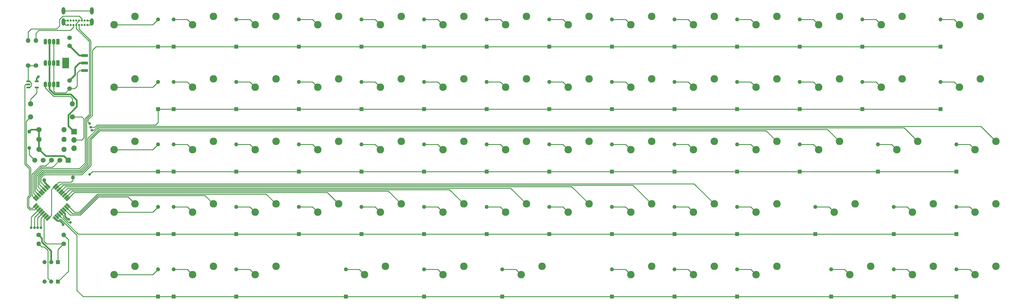
<source format=gtl>
%TF.GenerationSoftware,KiCad,Pcbnew,(6.0.2)*%
%TF.CreationDate,2022-07-07T00:18:28-06:00*%
%TF.ProjectId,Uniform,556e6966-6f72-46d2-9e6b-696361645f70,rev?*%
%TF.SameCoordinates,Original*%
%TF.FileFunction,Copper,L1,Top*%
%TF.FilePolarity,Positive*%
%FSLAX46Y46*%
G04 Gerber Fmt 4.6, Leading zero omitted, Abs format (unit mm)*
G04 Created by KiCad (PCBNEW (6.0.2)) date 2022-07-07 00:18:28*
%MOMM*%
%LPD*%
G01*
G04 APERTURE LIST*
G04 Aperture macros list*
%AMRoundRect*
0 Rectangle with rounded corners*
0 $1 Rounding radius*
0 $2 $3 $4 $5 $6 $7 $8 $9 X,Y pos of 4 corners*
0 Add a 4 corners polygon primitive as box body*
4,1,4,$2,$3,$4,$5,$6,$7,$8,$9,$2,$3,0*
0 Add four circle primitives for the rounded corners*
1,1,$1+$1,$2,$3*
1,1,$1+$1,$4,$5*
1,1,$1+$1,$6,$7*
1,1,$1+$1,$8,$9*
0 Add four rect primitives between the rounded corners*
20,1,$1+$1,$2,$3,$4,$5,0*
20,1,$1+$1,$4,$5,$6,$7,0*
20,1,$1+$1,$6,$7,$8,$9,0*
20,1,$1+$1,$8,$9,$2,$3,0*%
%AMRotRect*
0 Rectangle, with rotation*
0 The origin of the aperture is its center*
0 $1 length*
0 $2 width*
0 $3 Rotation angle, in degrees counterclockwise*
0 Add horizontal line*
21,1,$1,$2,0,0,$3*%
G04 Aperture macros list end*
%TA.AperFunction,ComponentPad*%
%ADD10O,1.700000X1.700000*%
%TD*%
%TA.AperFunction,ComponentPad*%
%ADD11R,1.700000X1.700000*%
%TD*%
%TA.AperFunction,ComponentPad*%
%ADD12C,1.371600*%
%TD*%
%TA.AperFunction,ComponentPad*%
%ADD13O,1.600000X1.600000*%
%TD*%
%TA.AperFunction,ComponentPad*%
%ADD14C,1.600000*%
%TD*%
%TA.AperFunction,ComponentPad*%
%ADD15C,1.150000*%
%TD*%
%TA.AperFunction,ComponentPad*%
%ADD16C,1.508000*%
%TD*%
%TA.AperFunction,ComponentPad*%
%ADD17R,1.508000X1.508000*%
%TD*%
%TA.AperFunction,ComponentPad*%
%ADD18R,1.238000X1.238000*%
%TD*%
%TA.AperFunction,ComponentPad*%
%ADD19C,1.238000*%
%TD*%
%TA.AperFunction,ComponentPad*%
%ADD20C,2.286000*%
%TD*%
%TA.AperFunction,ComponentPad*%
%ADD21O,1.400000X1.400000*%
%TD*%
%TA.AperFunction,ComponentPad*%
%ADD22C,1.400000*%
%TD*%
%TA.AperFunction,ComponentPad*%
%ADD23C,1.308000*%
%TD*%
%TA.AperFunction,ComponentPad*%
%ADD24R,1.308000X1.308000*%
%TD*%
%TA.AperFunction,SMDPad,CuDef*%
%ADD25RotRect,0.600000X1.475000X225.000000*%
%TD*%
%TA.AperFunction,SMDPad,CuDef*%
%ADD26RotRect,0.600000X1.475000X135.000000*%
%TD*%
%TA.AperFunction,SMDPad,CuDef*%
%ADD27R,2.150000X3.250000*%
%TD*%
%TA.AperFunction,SMDPad,CuDef*%
%ADD28R,2.150000X0.950000*%
%TD*%
%TA.AperFunction,ComponentPad*%
%ADD29O,1.070000X1.800000*%
%TD*%
%TA.AperFunction,ComponentPad*%
%ADD30R,1.070000X1.800000*%
%TD*%
%TA.AperFunction,SMDPad,CuDef*%
%ADD31RoundRect,0.088500X-0.516500X-0.206500X0.516500X-0.206500X0.516500X0.206500X-0.516500X0.206500X0*%
%TD*%
%TA.AperFunction,ComponentPad*%
%ADD32C,0.650000*%
%TD*%
%TA.AperFunction,ComponentPad*%
%ADD33O,1.108000X2.216000*%
%TD*%
%TA.AperFunction,ViaPad*%
%ADD34C,0.800000*%
%TD*%
%TA.AperFunction,ViaPad*%
%ADD35C,1.200000*%
%TD*%
%TA.AperFunction,Conductor*%
%ADD36C,0.250000*%
%TD*%
%TA.AperFunction,Conductor*%
%ADD37C,0.500000*%
%TD*%
%TA.AperFunction,Conductor*%
%ADD38C,0.200000*%
%TD*%
G04 APERTURE END LIST*
D10*
%TO.P,L4,3,Pin_3*%
%TO.N,GND*%
X55387500Y-149380000D03*
%TO.P,L4,2,Pin_2*%
%TO.N,Net-(L4-Pad2)*%
X55387500Y-146840000D03*
D11*
%TO.P,L4,1,Pin_1*%
%TO.N,+5V*%
X55387500Y-144300000D03*
%TD*%
D12*
%TO.P,C1,1*%
%TO.N,+5V*%
X54075000Y-118175000D03*
%TO.P,C1,2*%
%TO.N,GND*%
X54075000Y-115675000D03*
%TD*%
%TO.P,C2,1*%
%TO.N,+3V3*%
X54075000Y-128715650D03*
%TO.P,C2,2*%
%TO.N,GND*%
X54075000Y-131215650D03*
%TD*%
D13*
%TO.P,C3,2*%
%TO.N,GND*%
X52385000Y-143725000D03*
D14*
%TO.P,C3,1*%
%TO.N,+3V3*%
X44765000Y-143725000D03*
%TD*%
%TO.P,C4,1*%
%TO.N,+3V3*%
X44765000Y-146725000D03*
D13*
%TO.P,C4,2*%
%TO.N,GND*%
X52385000Y-146725000D03*
%TD*%
D14*
%TO.P,C5,1*%
%TO.N,+3V3*%
X44765000Y-149725000D03*
D13*
%TO.P,C5,2*%
%TO.N,GND*%
X52385000Y-149725000D03*
%TD*%
D15*
%TO.P,C6,2*%
%TO.N,GND*%
X41775000Y-149325000D03*
%TO.P,C6,1*%
%TO.N,+3V3*%
X41775000Y-144325000D03*
%TD*%
D16*
%TO.P,SWD1,5,5*%
%TO.N,GND*%
X43427500Y-153000000D03*
%TO.P,SWD1,4,4*%
%TO.N,RESET*%
X45967500Y-153000000D03*
%TO.P,SWD1,3,3*%
%TO.N,SWCLK*%
X48507500Y-153000000D03*
%TO.P,SWD1,2,2*%
%TO.N,SWDIO*%
X51047500Y-153000000D03*
D17*
%TO.P,SWD1,1,1*%
%TO.N,+3V3*%
X53587500Y-153000000D03*
%TD*%
D18*
%TO.P,D_0_0,1*%
%TO.N,R0*%
X80962500Y-118446000D03*
D19*
%TO.P,D_0_0,2*%
%TO.N,Net-(D_0_0-Pad2)*%
X80962500Y-110154000D03*
%TD*%
D18*
%TO.P,D_0_1,1*%
%TO.N,R0*%
X85725000Y-118446000D03*
D19*
%TO.P,D_0_1,2*%
%TO.N,Net-(D_0_1-Pad2)*%
X85725000Y-110154000D03*
%TD*%
D18*
%TO.P,D_0_2,1*%
%TO.N,R0*%
X104775000Y-118446000D03*
D19*
%TO.P,D_0_2,2*%
%TO.N,Net-(D_0_2-Pad2)*%
X104775000Y-110154000D03*
%TD*%
D18*
%TO.P,D_0_3,1*%
%TO.N,R0*%
X123825000Y-118446000D03*
D19*
%TO.P,D_0_3,2*%
%TO.N,Net-(D_0_3-Pad2)*%
X123825000Y-110154000D03*
%TD*%
D18*
%TO.P,D_0_4,1*%
%TO.N,R0*%
X142875000Y-118446000D03*
D19*
%TO.P,D_0_4,2*%
%TO.N,Net-(D_0_4-Pad2)*%
X142875000Y-110154000D03*
%TD*%
D18*
%TO.P,D_0_5,1*%
%TO.N,R0*%
X161925000Y-118446000D03*
D19*
%TO.P,D_0_5,2*%
%TO.N,Net-(D_0_5-Pad2)*%
X161925000Y-110154000D03*
%TD*%
D18*
%TO.P,D_0_6,1*%
%TO.N,R0*%
X180975000Y-118446000D03*
D19*
%TO.P,D_0_6,2*%
%TO.N,Net-(D_0_6-Pad2)*%
X180975000Y-110154000D03*
%TD*%
D18*
%TO.P,D_0_7,1*%
%TO.N,R0*%
X200025000Y-118446000D03*
D19*
%TO.P,D_0_7,2*%
%TO.N,Net-(D_0_7-Pad2)*%
X200025000Y-110154000D03*
%TD*%
D18*
%TO.P,D_0_8,1*%
%TO.N,R0*%
X219075000Y-118446000D03*
D19*
%TO.P,D_0_8,2*%
%TO.N,Net-(D_0_8-Pad2)*%
X219075000Y-110154000D03*
%TD*%
D18*
%TO.P,D_0_9,1*%
%TO.N,R0*%
X238125000Y-118446000D03*
D19*
%TO.P,D_0_9,2*%
%TO.N,Net-(D_0_9-Pad2)*%
X238125000Y-110154000D03*
%TD*%
D18*
%TO.P,D_0_10,1*%
%TO.N,R0*%
X257175000Y-118446000D03*
D19*
%TO.P,D_0_10,2*%
%TO.N,Net-(D_0_10-Pad2)*%
X257175000Y-110154000D03*
%TD*%
D18*
%TO.P,D_0_11,1*%
%TO.N,R0*%
X276225000Y-118446000D03*
D19*
%TO.P,D_0_11,2*%
%TO.N,Net-(D_0_11-Pad2)*%
X276225000Y-110154000D03*
%TD*%
D18*
%TO.P,D_0_12,1*%
%TO.N,R0*%
X295275000Y-118446000D03*
D19*
%TO.P,D_0_12,2*%
%TO.N,Net-(D_0_12-Pad2)*%
X295275000Y-110154000D03*
%TD*%
D18*
%TO.P,D_0_13,1*%
%TO.N,R0*%
X319087500Y-118446000D03*
D19*
%TO.P,D_0_13,2*%
%TO.N,Net-(D_0_13-Pad2)*%
X319087500Y-110154000D03*
%TD*%
D18*
%TO.P,D_1_0,1*%
%TO.N,R1*%
X80962500Y-137496000D03*
D19*
%TO.P,D_1_0,2*%
%TO.N,Net-(D_1_0-Pad2)*%
X80962500Y-129204000D03*
%TD*%
D18*
%TO.P,D_1_1,1*%
%TO.N,R1*%
X85725000Y-137496000D03*
D19*
%TO.P,D_1_1,2*%
%TO.N,Net-(D_1_1-Pad2)*%
X85725000Y-129204000D03*
%TD*%
D18*
%TO.P,D_1_2,1*%
%TO.N,R1*%
X104775000Y-137496000D03*
D19*
%TO.P,D_1_2,2*%
%TO.N,Net-(D_1_2-Pad2)*%
X104775000Y-129204000D03*
%TD*%
D18*
%TO.P,D_1_3,1*%
%TO.N,R1*%
X123825000Y-137496000D03*
D19*
%TO.P,D_1_3,2*%
%TO.N,Net-(D_1_3-Pad2)*%
X123825000Y-129204000D03*
%TD*%
D18*
%TO.P,D_1_4,1*%
%TO.N,R1*%
X142875000Y-137496000D03*
D19*
%TO.P,D_1_4,2*%
%TO.N,Net-(D_1_4-Pad2)*%
X142875000Y-129204000D03*
%TD*%
D18*
%TO.P,D_1_5,1*%
%TO.N,R1*%
X161925000Y-137496000D03*
D19*
%TO.P,D_1_5,2*%
%TO.N,Net-(D_1_5-Pad2)*%
X161925000Y-129204000D03*
%TD*%
D18*
%TO.P,D_1_6,1*%
%TO.N,R1*%
X180975000Y-137496000D03*
D19*
%TO.P,D_1_6,2*%
%TO.N,Net-(D_1_6-Pad2)*%
X180975000Y-129204000D03*
%TD*%
D18*
%TO.P,D_1_7,1*%
%TO.N,R1*%
X200025000Y-137496000D03*
D19*
%TO.P,D_1_7,2*%
%TO.N,Net-(D_1_7-Pad2)*%
X200025000Y-129204000D03*
%TD*%
D18*
%TO.P,D_1_8,1*%
%TO.N,R1*%
X219075000Y-137496000D03*
D19*
%TO.P,D_1_8,2*%
%TO.N,Net-(D_1_8-Pad2)*%
X219075000Y-129204000D03*
%TD*%
D18*
%TO.P,D_1_9,1*%
%TO.N,R1*%
X238125000Y-137496000D03*
D19*
%TO.P,D_1_9,2*%
%TO.N,Net-(D_1_9-Pad2)*%
X238125000Y-129204000D03*
%TD*%
D18*
%TO.P,D_1_10,1*%
%TO.N,R1*%
X257175000Y-137496000D03*
D19*
%TO.P,D_1_10,2*%
%TO.N,Net-(D_1_10-Pad2)*%
X257175000Y-129204000D03*
%TD*%
D18*
%TO.P,D_1_11,1*%
%TO.N,R1*%
X276225000Y-137496000D03*
D19*
%TO.P,D_1_11,2*%
%TO.N,Net-(D_1_11-Pad2)*%
X276225000Y-129204000D03*
%TD*%
D18*
%TO.P,D_1_12,1*%
%TO.N,R1*%
X295275000Y-137496000D03*
D19*
%TO.P,D_1_12,2*%
%TO.N,Net-(D_1_12-Pad2)*%
X295275000Y-129204000D03*
%TD*%
D18*
%TO.P,D_1_13,1*%
%TO.N,R1*%
X319087500Y-137496000D03*
D19*
%TO.P,D_1_13,2*%
%TO.N,Net-(D_1_13-Pad2)*%
X319087500Y-129204000D03*
%TD*%
D18*
%TO.P,D_2_0,1*%
%TO.N,R2*%
X80962500Y-156546000D03*
D19*
%TO.P,D_2_0,2*%
%TO.N,Net-(D_2_0-Pad2)*%
X80962500Y-148254000D03*
%TD*%
D18*
%TO.P,D_2_1,1*%
%TO.N,R2*%
X85725000Y-156546000D03*
D19*
%TO.P,D_2_1,2*%
%TO.N,Net-(D_2_1-Pad2)*%
X85725000Y-148254000D03*
%TD*%
D18*
%TO.P,D_2_2,1*%
%TO.N,R2*%
X104775000Y-156546000D03*
D19*
%TO.P,D_2_2,2*%
%TO.N,Net-(D_2_2-Pad2)*%
X104775000Y-148254000D03*
%TD*%
D18*
%TO.P,D_2_3,1*%
%TO.N,R2*%
X123825000Y-156546000D03*
D19*
%TO.P,D_2_3,2*%
%TO.N,Net-(D_2_3-Pad2)*%
X123825000Y-148254000D03*
%TD*%
D18*
%TO.P,D_2_4,1*%
%TO.N,R2*%
X142875000Y-156546000D03*
D19*
%TO.P,D_2_4,2*%
%TO.N,Net-(D_2_4-Pad2)*%
X142875000Y-148254000D03*
%TD*%
D18*
%TO.P,D_2_5,1*%
%TO.N,R2*%
X161925000Y-156546000D03*
D19*
%TO.P,D_2_5,2*%
%TO.N,Net-(D_2_5-Pad2)*%
X161925000Y-148254000D03*
%TD*%
D18*
%TO.P,D_2_6,1*%
%TO.N,R2*%
X180975000Y-156546000D03*
D19*
%TO.P,D_2_6,2*%
%TO.N,Net-(D_2_6-Pad2)*%
X180975000Y-148254000D03*
%TD*%
D18*
%TO.P,D_2_7,1*%
%TO.N,R2*%
X200025000Y-156546000D03*
D19*
%TO.P,D_2_7,2*%
%TO.N,Net-(D_2_7-Pad2)*%
X200025000Y-148254000D03*
%TD*%
D18*
%TO.P,D_2_8,1*%
%TO.N,R2*%
X219075000Y-156546000D03*
D19*
%TO.P,D_2_8,2*%
%TO.N,Net-(D_2_8-Pad2)*%
X219075000Y-148254000D03*
%TD*%
D18*
%TO.P,D_2_9,1*%
%TO.N,R2*%
X238125000Y-156546000D03*
D19*
%TO.P,D_2_9,2*%
%TO.N,Net-(D_2_9-Pad2)*%
X238125000Y-148254000D03*
%TD*%
D18*
%TO.P,D_2_10,1*%
%TO.N,R2*%
X257175000Y-156546000D03*
D19*
%TO.P,D_2_10,2*%
%TO.N,Net-(D_2_10-Pad2)*%
X257175000Y-148254000D03*
%TD*%
D18*
%TO.P,D_2_11,1*%
%TO.N,R2*%
X276225000Y-156546000D03*
D19*
%TO.P,D_2_11,2*%
%TO.N,Net-(D_2_11-Pad2)*%
X276225000Y-148254000D03*
%TD*%
D18*
%TO.P,D_2_12,1*%
%TO.N,R2*%
X300037500Y-156546000D03*
D19*
%TO.P,D_2_12,2*%
%TO.N,Net-(D_2_12-Pad2)*%
X300037500Y-148254000D03*
%TD*%
D18*
%TO.P,D_2_13,1*%
%TO.N,R2*%
X323850000Y-156546000D03*
D19*
%TO.P,D_2_13,2*%
%TO.N,Net-(D_2_13-Pad2)*%
X323850000Y-148254000D03*
%TD*%
D18*
%TO.P,D_3_0,1*%
%TO.N,R3*%
X80962500Y-175596000D03*
D19*
%TO.P,D_3_0,2*%
%TO.N,Net-(D_3_0-Pad2)*%
X80962500Y-167304000D03*
%TD*%
D18*
%TO.P,D_3_1,1*%
%TO.N,R3*%
X85725000Y-175596000D03*
D19*
%TO.P,D_3_1,2*%
%TO.N,Net-(D_3_1-Pad2)*%
X85725000Y-167304000D03*
%TD*%
D18*
%TO.P,D_3_2,1*%
%TO.N,R3*%
X104775000Y-175596000D03*
D19*
%TO.P,D_3_2,2*%
%TO.N,Net-(D_3_2-Pad2)*%
X104775000Y-167304000D03*
%TD*%
D18*
%TO.P,D_3_3,1*%
%TO.N,R3*%
X123825000Y-175596000D03*
D19*
%TO.P,D_3_3,2*%
%TO.N,Net-(D_3_3-Pad2)*%
X123825000Y-167304000D03*
%TD*%
D18*
%TO.P,D_3_4,1*%
%TO.N,R3*%
X142875000Y-175596000D03*
D19*
%TO.P,D_3_4,2*%
%TO.N,Net-(D_3_4-Pad2)*%
X142875000Y-167304000D03*
%TD*%
D18*
%TO.P,D_3_5,1*%
%TO.N,R3*%
X161925000Y-175596000D03*
D19*
%TO.P,D_3_5,2*%
%TO.N,Net-(D_3_5-Pad2)*%
X161925000Y-167304000D03*
%TD*%
D18*
%TO.P,D_3_6,1*%
%TO.N,R3*%
X180975000Y-175596000D03*
D19*
%TO.P,D_3_6,2*%
%TO.N,Net-(D_3_6-Pad2)*%
X180975000Y-167304000D03*
%TD*%
D18*
%TO.P,D_3_7,1*%
%TO.N,R3*%
X200025000Y-175596000D03*
D19*
%TO.P,D_3_7,2*%
%TO.N,Net-(D_3_7-Pad2)*%
X200025000Y-167304000D03*
%TD*%
D18*
%TO.P,D_3_8,1*%
%TO.N,R3*%
X219075000Y-175596000D03*
D19*
%TO.P,D_3_8,2*%
%TO.N,Net-(D_3_8-Pad2)*%
X219075000Y-167304000D03*
%TD*%
D18*
%TO.P,D_3_9,1*%
%TO.N,R3*%
X238125000Y-175596000D03*
D19*
%TO.P,D_3_9,2*%
%TO.N,Net-(D_3_9-Pad2)*%
X238125000Y-167304000D03*
%TD*%
D18*
%TO.P,D_3_10,1*%
%TO.N,R3*%
X257175000Y-175596000D03*
D19*
%TO.P,D_3_10,2*%
%TO.N,Net-(D_3_10-Pad2)*%
X257175000Y-167304000D03*
%TD*%
D18*
%TO.P,D_3_11,1*%
%TO.N,R3*%
X280987500Y-175596000D03*
D19*
%TO.P,D_3_11,2*%
%TO.N,Net-(D_3_11-Pad2)*%
X280987500Y-167304000D03*
%TD*%
D18*
%TO.P,D_3_12,1*%
%TO.N,R3*%
X304800000Y-175596000D03*
D19*
%TO.P,D_3_12,2*%
%TO.N,Net-(D_3_12-Pad2)*%
X304800000Y-167304000D03*
%TD*%
D18*
%TO.P,D_3_13,1*%
%TO.N,R3*%
X323850000Y-175596000D03*
D19*
%TO.P,D_3_13,2*%
%TO.N,Net-(D_3_13-Pad2)*%
X323850000Y-167304000D03*
%TD*%
D18*
%TO.P,D_4_0,1*%
%TO.N,R4*%
X80962500Y-194646000D03*
D19*
%TO.P,D_4_0,2*%
%TO.N,Net-(D_4_0-Pad2)*%
X80962500Y-186354000D03*
%TD*%
D18*
%TO.P,D_4_1,1*%
%TO.N,R4*%
X85725000Y-194646000D03*
D19*
%TO.P,D_4_1,2*%
%TO.N,Net-(D_4_1-Pad2)*%
X85725000Y-186354000D03*
%TD*%
D18*
%TO.P,D_4_2,1*%
%TO.N,R4*%
X104775000Y-194646000D03*
D19*
%TO.P,D_4_2,2*%
%TO.N,Net-(D_4_2-Pad2)*%
X104775000Y-186354000D03*
%TD*%
D18*
%TO.P,D_4_4,1*%
%TO.N,R4*%
X138112500Y-194646000D03*
D19*
%TO.P,D_4_4,2*%
%TO.N,Net-(D_4_4-Pad2)*%
X138112500Y-186354000D03*
%TD*%
D18*
%TO.P,D_4_5,1*%
%TO.N,R4*%
X161925000Y-194646000D03*
D19*
%TO.P,D_4_5,2*%
%TO.N,Net-(D_4_5-Pad2)*%
X161925000Y-186354000D03*
%TD*%
D18*
%TO.P,D_4_6,1*%
%TO.N,R4*%
X185737500Y-194646000D03*
D19*
%TO.P,D_4_6,2*%
%TO.N,Net-(D_4_6-Pad2)*%
X185737500Y-186354000D03*
%TD*%
D18*
%TO.P,D_4_8,1*%
%TO.N,R4*%
X219075000Y-194646000D03*
D19*
%TO.P,D_4_8,2*%
%TO.N,Net-(D_4_8-Pad2)*%
X219075000Y-186354000D03*
%TD*%
D18*
%TO.P,D_4_9,1*%
%TO.N,R4*%
X238125000Y-194646000D03*
D19*
%TO.P,D_4_9,2*%
%TO.N,Net-(D_4_9-Pad2)*%
X238125000Y-186354000D03*
%TD*%
D18*
%TO.P,D_4_10,1*%
%TO.N,R4*%
X257175000Y-194646000D03*
D19*
%TO.P,D_4_10,2*%
%TO.N,Net-(D_4_10-Pad2)*%
X257175000Y-186354000D03*
%TD*%
D18*
%TO.P,D_4_11,1*%
%TO.N,R4*%
X285750000Y-194646000D03*
D19*
%TO.P,D_4_11,2*%
%TO.N,Net-(D_4_11-Pad2)*%
X285750000Y-186354000D03*
%TD*%
D18*
%TO.P,D_4_12,1*%
%TO.N,R4*%
X304800000Y-194646000D03*
D19*
%TO.P,D_4_12,2*%
%TO.N,Net-(D_4_12-Pad2)*%
X304800000Y-186354000D03*
%TD*%
D18*
%TO.P,D_4_13,1*%
%TO.N,R4*%
X323850000Y-194646000D03*
D19*
%TO.P,D_4_13,2*%
%TO.N,Net-(D_4_13-Pad2)*%
X323850000Y-186354000D03*
%TD*%
D20*
%TO.P,K_0_0,2*%
%TO.N,Net-(D_0_0-Pad2)*%
X67627500Y-111760000D03*
%TO.P,K_0_0,1*%
%TO.N,C0*%
X73977500Y-109220000D03*
%TD*%
%TO.P,K_0_1,2*%
%TO.N,Net-(D_0_1-Pad2)*%
X91440000Y-111760000D03*
%TO.P,K_0_1,1*%
%TO.N,C1*%
X97790000Y-109220000D03*
%TD*%
%TO.P,K_0_2,2*%
%TO.N,Net-(D_0_2-Pad2)*%
X110490000Y-111760000D03*
%TO.P,K_0_2,1*%
%TO.N,C2*%
X116840000Y-109220000D03*
%TD*%
%TO.P,K_0_3,2*%
%TO.N,Net-(D_0_3-Pad2)*%
X129540000Y-111760000D03*
%TO.P,K_0_3,1*%
%TO.N,C3*%
X135890000Y-109220000D03*
%TD*%
%TO.P,K_0_4,2*%
%TO.N,Net-(D_0_4-Pad2)*%
X148590000Y-111760000D03*
%TO.P,K_0_4,1*%
%TO.N,C4*%
X154940000Y-109220000D03*
%TD*%
%TO.P,K_0_5,2*%
%TO.N,Net-(D_0_5-Pad2)*%
X167640000Y-111760000D03*
%TO.P,K_0_5,1*%
%TO.N,C5*%
X173990000Y-109220000D03*
%TD*%
%TO.P,K_0_6,2*%
%TO.N,Net-(D_0_6-Pad2)*%
X186690000Y-111760000D03*
%TO.P,K_0_6,1*%
%TO.N,C6*%
X193040000Y-109220000D03*
%TD*%
%TO.P,K_0_7,2*%
%TO.N,Net-(D_0_7-Pad2)*%
X205740000Y-111760000D03*
%TO.P,K_0_7,1*%
%TO.N,C7*%
X212090000Y-109220000D03*
%TD*%
%TO.P,K_0_8,2*%
%TO.N,Net-(D_0_8-Pad2)*%
X224790000Y-111760000D03*
%TO.P,K_0_8,1*%
%TO.N,C8*%
X231140000Y-109220000D03*
%TD*%
%TO.P,K_0_9,2*%
%TO.N,Net-(D_0_9-Pad2)*%
X243840000Y-111760000D03*
%TO.P,K_0_9,1*%
%TO.N,C9*%
X250190000Y-109220000D03*
%TD*%
%TO.P,K_0_10,2*%
%TO.N,Net-(D_0_10-Pad2)*%
X262890000Y-111760000D03*
%TO.P,K_0_10,1*%
%TO.N,C10*%
X269240000Y-109220000D03*
%TD*%
%TO.P,K_0_11,2*%
%TO.N,Net-(D_0_11-Pad2)*%
X281940000Y-111760000D03*
%TO.P,K_0_11,1*%
%TO.N,C11*%
X288290000Y-109220000D03*
%TD*%
%TO.P,K_0_12,2*%
%TO.N,Net-(D_0_12-Pad2)*%
X300990000Y-111760000D03*
%TO.P,K_0_12,1*%
%TO.N,C12*%
X307340000Y-109220000D03*
%TD*%
%TO.P,K_0_13,2*%
%TO.N,Net-(D_0_13-Pad2)*%
X324802500Y-111760000D03*
%TO.P,K_0_13,1*%
%TO.N,C13*%
X331152500Y-109220000D03*
%TD*%
%TO.P,K_1_0,2*%
%TO.N,Net-(D_1_0-Pad2)*%
X67627500Y-130810000D03*
%TO.P,K_1_0,1*%
%TO.N,C0*%
X73977500Y-128270000D03*
%TD*%
%TO.P,K_1_1,2*%
%TO.N,Net-(D_1_1-Pad2)*%
X91440000Y-130810000D03*
%TO.P,K_1_1,1*%
%TO.N,C1*%
X97790000Y-128270000D03*
%TD*%
%TO.P,K_1_2,2*%
%TO.N,Net-(D_1_2-Pad2)*%
X110490000Y-130810000D03*
%TO.P,K_1_2,1*%
%TO.N,C2*%
X116840000Y-128270000D03*
%TD*%
%TO.P,K_1_3,2*%
%TO.N,Net-(D_1_3-Pad2)*%
X129540000Y-130810000D03*
%TO.P,K_1_3,1*%
%TO.N,C3*%
X135890000Y-128270000D03*
%TD*%
%TO.P,K_1_4,2*%
%TO.N,Net-(D_1_4-Pad2)*%
X148590000Y-130810000D03*
%TO.P,K_1_4,1*%
%TO.N,C4*%
X154940000Y-128270000D03*
%TD*%
%TO.P,K_1_5,2*%
%TO.N,Net-(D_1_5-Pad2)*%
X167640000Y-130810000D03*
%TO.P,K_1_5,1*%
%TO.N,C5*%
X173990000Y-128270000D03*
%TD*%
%TO.P,K_1_6,2*%
%TO.N,Net-(D_1_6-Pad2)*%
X186690000Y-130810000D03*
%TO.P,K_1_6,1*%
%TO.N,C6*%
X193040000Y-128270000D03*
%TD*%
%TO.P,K_1_7,2*%
%TO.N,Net-(D_1_7-Pad2)*%
X205740000Y-130810000D03*
%TO.P,K_1_7,1*%
%TO.N,C7*%
X212090000Y-128270000D03*
%TD*%
%TO.P,K_1_8,2*%
%TO.N,Net-(D_1_8-Pad2)*%
X224790000Y-130810000D03*
%TO.P,K_1_8,1*%
%TO.N,C8*%
X231140000Y-128270000D03*
%TD*%
%TO.P,K_1_9,2*%
%TO.N,Net-(D_1_9-Pad2)*%
X243840000Y-130810000D03*
%TO.P,K_1_9,1*%
%TO.N,C9*%
X250190000Y-128270000D03*
%TD*%
%TO.P,K_1_10,2*%
%TO.N,Net-(D_1_10-Pad2)*%
X262890000Y-130810000D03*
%TO.P,K_1_10,1*%
%TO.N,C10*%
X269240000Y-128270000D03*
%TD*%
%TO.P,K_1_11,2*%
%TO.N,Net-(D_1_11-Pad2)*%
X281940000Y-130810000D03*
%TO.P,K_1_11,1*%
%TO.N,C11*%
X288290000Y-128270000D03*
%TD*%
%TO.P,K_1_12,2*%
%TO.N,Net-(D_1_12-Pad2)*%
X300990000Y-130810000D03*
%TO.P,K_1_12,1*%
%TO.N,C12*%
X307340000Y-128270000D03*
%TD*%
%TO.P,K_1_13,2*%
%TO.N,Net-(D_1_13-Pad2)*%
X324802500Y-130810000D03*
%TO.P,K_1_13,1*%
%TO.N,C13*%
X331152500Y-128270000D03*
%TD*%
%TO.P,K_2_0,2*%
%TO.N,Net-(D_2_0-Pad2)*%
X67627500Y-149860000D03*
%TO.P,K_2_0,1*%
%TO.N,C0*%
X73977500Y-147320000D03*
%TD*%
%TO.P,K_2_1,2*%
%TO.N,Net-(D_2_1-Pad2)*%
X91440000Y-149860000D03*
%TO.P,K_2_1,1*%
%TO.N,C1*%
X97790000Y-147320000D03*
%TD*%
%TO.P,K_2_2,2*%
%TO.N,Net-(D_2_2-Pad2)*%
X110490000Y-149860000D03*
%TO.P,K_2_2,1*%
%TO.N,C2*%
X116840000Y-147320000D03*
%TD*%
%TO.P,K_2_3,2*%
%TO.N,Net-(D_2_3-Pad2)*%
X129540000Y-149860000D03*
%TO.P,K_2_3,1*%
%TO.N,C3*%
X135890000Y-147320000D03*
%TD*%
%TO.P,K_2_4,2*%
%TO.N,Net-(D_2_4-Pad2)*%
X148590000Y-149860000D03*
%TO.P,K_2_4,1*%
%TO.N,C4*%
X154940000Y-147320000D03*
%TD*%
%TO.P,K_2_5,2*%
%TO.N,Net-(D_2_5-Pad2)*%
X167640000Y-149860000D03*
%TO.P,K_2_5,1*%
%TO.N,C5*%
X173990000Y-147320000D03*
%TD*%
%TO.P,K_2_6,2*%
%TO.N,Net-(D_2_6-Pad2)*%
X186690000Y-149860000D03*
%TO.P,K_2_6,1*%
%TO.N,C6*%
X193040000Y-147320000D03*
%TD*%
%TO.P,K_2_7,2*%
%TO.N,Net-(D_2_7-Pad2)*%
X205740000Y-149860000D03*
%TO.P,K_2_7,1*%
%TO.N,C7*%
X212090000Y-147320000D03*
%TD*%
%TO.P,K_2_8,2*%
%TO.N,Net-(D_2_8-Pad2)*%
X224790000Y-149860000D03*
%TO.P,K_2_8,1*%
%TO.N,C8*%
X231140000Y-147320000D03*
%TD*%
%TO.P,K_2_9,2*%
%TO.N,Net-(D_2_9-Pad2)*%
X243840000Y-149860000D03*
%TO.P,K_2_9,1*%
%TO.N,C9*%
X250190000Y-147320000D03*
%TD*%
%TO.P,K_2_10,2*%
%TO.N,Net-(D_2_10-Pad2)*%
X262890000Y-149860000D03*
%TO.P,K_2_10,1*%
%TO.N,C10*%
X269240000Y-147320000D03*
%TD*%
%TO.P,K_2_11,2*%
%TO.N,Net-(D_2_11-Pad2)*%
X281940000Y-149860000D03*
%TO.P,K_2_11,1*%
%TO.N,C11*%
X288290000Y-147320000D03*
%TD*%
%TO.P,K_2_12,2*%
%TO.N,Net-(D_2_12-Pad2)*%
X305752500Y-149860000D03*
%TO.P,K_2_12,1*%
%TO.N,C12*%
X312102500Y-147320000D03*
%TD*%
%TO.P,K_2_13,2*%
%TO.N,Net-(D_2_13-Pad2)*%
X329565000Y-149860000D03*
%TO.P,K_2_13,1*%
%TO.N,C13*%
X335915000Y-147320000D03*
%TD*%
%TO.P,K_3_0,2*%
%TO.N,Net-(D_3_0-Pad2)*%
X67627500Y-168910000D03*
%TO.P,K_3_0,1*%
%TO.N,C0*%
X73977500Y-166370000D03*
%TD*%
%TO.P,K_3_1,2*%
%TO.N,Net-(D_3_1-Pad2)*%
X91440000Y-168910000D03*
%TO.P,K_3_1,1*%
%TO.N,C1*%
X97790000Y-166370000D03*
%TD*%
%TO.P,K_3_2,2*%
%TO.N,Net-(D_3_2-Pad2)*%
X110490000Y-168910000D03*
%TO.P,K_3_2,1*%
%TO.N,C2*%
X116840000Y-166370000D03*
%TD*%
%TO.P,K_3_3,2*%
%TO.N,Net-(D_3_3-Pad2)*%
X129540000Y-168910000D03*
%TO.P,K_3_3,1*%
%TO.N,C3*%
X135890000Y-166370000D03*
%TD*%
%TO.P,K_3_4,2*%
%TO.N,Net-(D_3_4-Pad2)*%
X148590000Y-168910000D03*
%TO.P,K_3_4,1*%
%TO.N,C4*%
X154940000Y-166370000D03*
%TD*%
%TO.P,K_3_5,2*%
%TO.N,Net-(D_3_5-Pad2)*%
X167640000Y-168910000D03*
%TO.P,K_3_5,1*%
%TO.N,C5*%
X173990000Y-166370000D03*
%TD*%
%TO.P,K_3_6,2*%
%TO.N,Net-(D_3_6-Pad2)*%
X186690000Y-168910000D03*
%TO.P,K_3_6,1*%
%TO.N,C6*%
X193040000Y-166370000D03*
%TD*%
%TO.P,K_3_7,2*%
%TO.N,Net-(D_3_7-Pad2)*%
X205740000Y-168910000D03*
%TO.P,K_3_7,1*%
%TO.N,C7*%
X212090000Y-166370000D03*
%TD*%
%TO.P,K_3_8,2*%
%TO.N,Net-(D_3_8-Pad2)*%
X224790000Y-168910000D03*
%TO.P,K_3_8,1*%
%TO.N,C8*%
X231140000Y-166370000D03*
%TD*%
%TO.P,K_3_9,2*%
%TO.N,Net-(D_3_9-Pad2)*%
X243840000Y-168910000D03*
%TO.P,K_3_9,1*%
%TO.N,C9*%
X250190000Y-166370000D03*
%TD*%
%TO.P,K_3_10,2*%
%TO.N,Net-(D_3_10-Pad2)*%
X262890000Y-168910000D03*
%TO.P,K_3_10,1*%
%TO.N,C10*%
X269240000Y-166370000D03*
%TD*%
%TO.P,K_3_11,2*%
%TO.N,Net-(D_3_11-Pad2)*%
X286702500Y-168910000D03*
%TO.P,K_3_11,1*%
%TO.N,C11*%
X293052500Y-166370000D03*
%TD*%
%TO.P,K_3_12,2*%
%TO.N,Net-(D_3_12-Pad2)*%
X310515000Y-168910000D03*
%TO.P,K_3_12,1*%
%TO.N,C12*%
X316865000Y-166370000D03*
%TD*%
%TO.P,K_3_13,2*%
%TO.N,Net-(D_3_13-Pad2)*%
X329565000Y-168910000D03*
%TO.P,K_3_13,1*%
%TO.N,C13*%
X335915000Y-166370000D03*
%TD*%
%TO.P,K_4_0,2*%
%TO.N,Net-(D_4_0-Pad2)*%
X67627500Y-187960000D03*
%TO.P,K_4_0,1*%
%TO.N,C0*%
X73977500Y-185420000D03*
%TD*%
%TO.P,K_4_1,2*%
%TO.N,Net-(D_4_1-Pad2)*%
X91440000Y-187960000D03*
%TO.P,K_4_1,1*%
%TO.N,C1*%
X97790000Y-185420000D03*
%TD*%
%TO.P,K_4_2,2*%
%TO.N,Net-(D_4_2-Pad2)*%
X110490000Y-187960000D03*
%TO.P,K_4_2,1*%
%TO.N,C2*%
X116840000Y-185420000D03*
%TD*%
%TO.P,K_4_4,2*%
%TO.N,Net-(D_4_4-Pad2)*%
X143827500Y-187960000D03*
%TO.P,K_4_4,1*%
%TO.N,C4*%
X150177500Y-185420000D03*
%TD*%
%TO.P,K_4_5,2*%
%TO.N,Net-(D_4_5-Pad2)*%
X167640000Y-187960000D03*
%TO.P,K_4_5,1*%
%TO.N,C5*%
X173990000Y-185420000D03*
%TD*%
%TO.P,K_4_6,2*%
%TO.N,Net-(D_4_6-Pad2)*%
X191452500Y-187960000D03*
%TO.P,K_4_6,1*%
%TO.N,C6*%
X197802500Y-185420000D03*
%TD*%
%TO.P,K_4_8,2*%
%TO.N,Net-(D_4_8-Pad2)*%
X224790000Y-187960000D03*
%TO.P,K_4_8,1*%
%TO.N,C8*%
X231140000Y-185420000D03*
%TD*%
%TO.P,K_4_9,2*%
%TO.N,Net-(D_4_9-Pad2)*%
X243840000Y-187960000D03*
%TO.P,K_4_9,1*%
%TO.N,C9*%
X250190000Y-185420000D03*
%TD*%
%TO.P,K_4_10,2*%
%TO.N,Net-(D_4_10-Pad2)*%
X262890000Y-187960000D03*
%TO.P,K_4_10,1*%
%TO.N,C10*%
X269240000Y-185420000D03*
%TD*%
%TO.P,K_4_11,2*%
%TO.N,Net-(D_4_11-Pad2)*%
X291465000Y-187960000D03*
%TO.P,K_4_11,1*%
%TO.N,C11*%
X297815000Y-185420000D03*
%TD*%
%TO.P,K_4_12,2*%
%TO.N,Net-(D_4_12-Pad2)*%
X310515000Y-187960000D03*
%TO.P,K_4_12,1*%
%TO.N,C12*%
X316865000Y-185420000D03*
%TD*%
%TO.P,K_4_13,2*%
%TO.N,Net-(D_4_13-Pad2)*%
X329565000Y-187960000D03*
%TO.P,K_4_13,1*%
%TO.N,C13*%
X335915000Y-185420000D03*
%TD*%
D21*
%TO.P,R1,2*%
%TO.N,Net-(R1-Pad2)*%
X41425000Y-116515000D03*
D22*
%TO.P,R1,1*%
%TO.N,GND*%
X41425000Y-124135000D03*
%TD*%
%TO.P,R4,1*%
%TO.N,BOOT*%
X52260000Y-178500000D03*
D21*
%TO.P,R4,2*%
%TO.N,GND*%
X44640000Y-178500000D03*
%TD*%
%TO.P,R2,2*%
%TO.N,Net-(R2-Pad2)*%
X43775000Y-116515000D03*
D22*
%TO.P,R2,1*%
%TO.N,GND*%
X43775000Y-124135000D03*
%TD*%
%TO.P,R3,1*%
%TO.N,+3V3*%
X44640000Y-175825000D03*
D21*
%TO.P,R3,2*%
%TO.N,RESET*%
X52260000Y-175825000D03*
%TD*%
D14*
%TO.P,R6,1*%
%TO.N,Net-(L4-Pad2)*%
X54925000Y-139825000D03*
D13*
%TO.P,R6,2*%
%TO.N,LED_DATA*%
X42225000Y-139825000D03*
%TD*%
%TO.P,R5,2*%
%TO.N,Net-(L1-Pad4)*%
X54925000Y-135825000D03*
D14*
%TO.P,R5,1*%
%TO.N,Net-(R5-Pad1)*%
X42225000Y-135825000D03*
%TD*%
D23*
%TO.P,S1,3,3*%
%TO.N,unconnected-(S1-Pad3)*%
X46462500Y-184075000D03*
%TO.P,S1,2,2*%
%TO.N,+3V3*%
X48462500Y-184075000D03*
D24*
%TO.P,S1,1,1*%
%TO.N,BOOT*%
X50462500Y-184075000D03*
%TD*%
D23*
%TO.P,S2,3,3*%
%TO.N,unconnected-(S2-Pad3)*%
X46462500Y-190075000D03*
%TO.P,S2,2,2*%
%TO.N,GND*%
X48462500Y-190075000D03*
D24*
%TO.P,S2,1,1*%
%TO.N,RESET*%
X50462500Y-190075000D03*
%TD*%
D25*
%TO.P,U1,1,VDD_1*%
%TO.N,+3V3*%
X49604320Y-170826618D03*
%TO.P,U1,2,PC14-_OSC32_IN_(PC14)*%
%TO.N,R4*%
X50170005Y-170260932D03*
%TO.P,U1,3,PC15-_OSC32_OUT_(PC15)*%
%TO.N,R3*%
X50735690Y-169695247D03*
%TO.P,U1,4,NRST*%
%TO.N,RESET*%
X51301376Y-169129561D03*
%TO.P,U1,5,VDDA*%
%TO.N,+3V3*%
X51867061Y-168563876D03*
%TO.P,U1,6,PA0*%
%TO.N,C0*%
X52432747Y-167998190D03*
%TO.P,U1,7,PA1*%
%TO.N,C1*%
X52998432Y-167432505D03*
%TO.P,U1,8,PA2*%
%TO.N,C2*%
X53564118Y-166866820D03*
D26*
%TO.P,U1,9,PA3*%
%TO.N,C3*%
X53564118Y-164833180D03*
%TO.P,U1,10,PA4*%
%TO.N,C4*%
X52998432Y-164267495D03*
%TO.P,U1,11,PA5*%
%TO.N,C5*%
X52432747Y-163701810D03*
%TO.P,U1,12,PA6*%
%TO.N,C6*%
X51867061Y-163136124D03*
%TO.P,U1,13,PA7*%
%TO.N,C7*%
X51301376Y-162570439D03*
%TO.P,U1,14,PB0*%
%TO.N,C8*%
X50735690Y-162004753D03*
%TO.P,U1,15,PB1*%
%TO.N,C9*%
X50170005Y-161439068D03*
%TO.P,U1,16,VSS_1*%
%TO.N,GND*%
X49604320Y-160873382D03*
D25*
%TO.P,U1,17,VDD_2*%
%TO.N,+3V3*%
X47570680Y-160873382D03*
%TO.P,U1,18,PA8*%
%TO.N,C10*%
X47004995Y-161439068D03*
%TO.P,U1,19,PA9*%
%TO.N,C11*%
X46439310Y-162004753D03*
%TO.P,U1,20,PA10*%
%TO.N,C12*%
X45873624Y-162570439D03*
%TO.P,U1,21,PA11*%
%TO.N,D_N*%
X45307939Y-163136124D03*
%TO.P,U1,22,PA12*%
%TO.N,D_P*%
X44742253Y-163701810D03*
%TO.P,U1,23,PA13*%
%TO.N,SWDIO*%
X44176568Y-164267495D03*
%TO.P,U1,24,PA14*%
%TO.N,SWCLK*%
X43610882Y-164833180D03*
D26*
%TO.P,U1,25,PA15*%
%TO.N,LED_DATA*%
X43610882Y-166866820D03*
%TO.P,U1,26,PB3*%
%TO.N,STATUS_LED_DATA*%
X44176568Y-167432505D03*
%TO.P,U1,27,PB4*%
%TO.N,R0*%
X44742253Y-167998190D03*
%TO.P,U1,28,PB5*%
%TO.N,R1*%
X45307939Y-168563876D03*
%TO.P,U1,29,PB6*%
%TO.N,C13*%
X45873624Y-169129561D03*
%TO.P,U1,30,PB7*%
%TO.N,R2*%
X46439310Y-169695247D03*
%TO.P,U1,31,BOOT0*%
%TO.N,BOOT*%
X47004995Y-170260932D03*
%TO.P,U1,32,VSS_2*%
%TO.N,GND*%
X47570680Y-170826618D03*
%TD*%
D27*
%TO.P,VREG1,4*%
%TO.N,N/C*%
X52856300Y-123425000D03*
D28*
%TO.P,VREG1,3,VI*%
%TO.N,+5V*%
X58656300Y-121125000D03*
%TO.P,VREG1,2,VO*%
%TO.N,+3V3*%
X58656300Y-123425000D03*
%TO.P,VREG1,1,GND*%
%TO.N,GND*%
X58656300Y-125725000D03*
%TD*%
D29*
%TO.P,L2,4,DIN*%
%TO.N,Net-(L1-Pad1)*%
X46665000Y-123425000D03*
%TO.P,L2,3,VDD*%
%TO.N,+5V*%
X47935000Y-123425000D03*
%TO.P,L2,2,GND*%
%TO.N,GND*%
X49205000Y-123425000D03*
D30*
%TO.P,L2,1,DOUT*%
%TO.N,Net-(L2-Pad1)*%
X50475000Y-123425000D03*
%TD*%
%TO.P,L1,1,DOUT*%
%TO.N,Net-(L1-Pad1)*%
X50475000Y-129925000D03*
D29*
%TO.P,L1,2,GND*%
%TO.N,GND*%
X49205000Y-129925000D03*
%TO.P,L1,3,VDD*%
%TO.N,+5V*%
X47935000Y-129925000D03*
%TO.P,L1,4,DIN*%
%TO.N,Net-(L1-Pad4)*%
X46665000Y-129925000D03*
%TD*%
D31*
%TO.P,U2,5,VCC*%
%TO.N,+5V*%
X44030000Y-128975000D03*
%TO.P,U2,4,Y*%
%TO.N,Net-(R5-Pad1)*%
X44030000Y-130875000D03*
%TO.P,U2,3,GND*%
%TO.N,GND*%
X41520000Y-130875000D03*
%TO.P,U2,2,A*%
%TO.N,STATUS_LED_DATA*%
X41520000Y-129925000D03*
%TO.P,U2,1,~{OE}*%
%TO.N,GND*%
X41520000Y-128975000D03*
%TD*%
D30*
%TO.P,L3,1,DOUT*%
%TO.N,unconnected-(L3-Pad1)*%
X50475000Y-116925000D03*
D29*
%TO.P,L3,2,GND*%
%TO.N,GND*%
X49205000Y-116925000D03*
%TO.P,L3,3,VDD*%
%TO.N,+5V*%
X47935000Y-116925000D03*
%TO.P,L3,4,DIN*%
%TO.N,Net-(L2-Pad1)*%
X46665000Y-116925000D03*
%TD*%
D32*
%TO.P,USBC1,A1,GND*%
%TO.N,GND*%
X53550000Y-111825000D03*
%TO.P,USBC1,A4,VBUS*%
%TO.N,+5V*%
X54400000Y-111825000D03*
%TO.P,USBC1,A5,CC1*%
%TO.N,Net-(R2-Pad2)*%
X55250000Y-111825000D03*
%TO.P,USBC1,A6,DP1*%
%TO.N,D_P*%
X56100000Y-111825000D03*
%TO.P,USBC1,A7,DN1*%
%TO.N,D_N*%
X56950000Y-111825000D03*
%TO.P,USBC1,A8,SBU1*%
%TO.N,unconnected-(USBC1-PadA8)*%
X57800000Y-111825000D03*
%TO.P,USBC1,A9,VBUS*%
%TO.N,+5V*%
X58650000Y-111825000D03*
%TO.P,USBC1,A12,GND*%
%TO.N,GND*%
X59500000Y-111825000D03*
%TO.P,USBC1,B1,GND*%
X59500000Y-110475000D03*
%TO.P,USBC1,B4,VBUS*%
%TO.N,+5V*%
X58650000Y-110475000D03*
%TO.P,USBC1,B5,CC2*%
%TO.N,Net-(R1-Pad2)*%
X57800000Y-110475000D03*
%TO.P,USBC1,B6,DP2*%
%TO.N,D_P*%
X56950000Y-110475000D03*
%TO.P,USBC1,B7,DN2*%
%TO.N,D_N*%
X56100000Y-110475000D03*
%TO.P,USBC1,B8,SBU2*%
%TO.N,unconnected-(USBC1-PadB8)*%
X55250000Y-110475000D03*
%TO.P,USBC1,B9,VBUS*%
%TO.N,+5V*%
X54400000Y-110475000D03*
%TO.P,USBC1,B12,GND*%
%TO.N,GND*%
X53550000Y-110475000D03*
D33*
%TO.P,USBC1,P1,SHELL*%
X52200000Y-110845000D03*
%TO.P,USBC1,P2,SHELL*%
X60850000Y-110845000D03*
%TO.P,USBC1,P3,SHELL*%
X60850000Y-107465000D03*
%TO.P,USBC1,P4,SHELL*%
X52200000Y-107465000D03*
%TD*%
D34*
%TO.N,+5V*%
X44525000Y-127575000D03*
D35*
%TO.N,GND*%
X55087500Y-158324500D03*
D34*
%TO.N,+3V3*%
X53782349Y-171081590D03*
X52065064Y-172684936D03*
D35*
X46350000Y-159150000D03*
D34*
%TO.N,RESET*%
X54275000Y-171975000D03*
%TO.N,R0*%
X60175000Y-141825000D03*
X42351491Y-173650000D03*
%TO.N,R1*%
X60448655Y-142984617D03*
X43350994Y-173650000D03*
%TO.N,R2*%
X60175000Y-157325000D03*
X45350000Y-173650000D03*
%TO.N,C13*%
X60850000Y-143900000D03*
X44350497Y-173650000D03*
%TD*%
D36*
%TO.N,Net-(L1-Pad4)*%
X46665000Y-131027494D02*
X46665000Y-129925000D01*
D37*
%TO.N,+5V*%
X57025000Y-121125000D02*
X54075000Y-118175000D01*
%TO.N,+3V3*%
X46836489Y-151796489D02*
X44765000Y-149725000D01*
X52383989Y-151796489D02*
X46836489Y-151796489D01*
X53587500Y-153000000D02*
X52383989Y-151796489D01*
X44765000Y-146725000D02*
X44765000Y-149725000D01*
X44765000Y-143725000D02*
X44765000Y-146725000D01*
X42375000Y-143725000D02*
X44765000Y-143725000D01*
%TO.N,+5V*%
X44030000Y-128070000D02*
X44525000Y-127575000D01*
X44030000Y-128975000D02*
X44030000Y-128070000D01*
D36*
%TO.N,Net-(R1-Pad2)*%
X57800000Y-109900000D02*
X57800000Y-110475000D01*
X52025000Y-109075000D02*
X56975000Y-109075000D01*
X50124520Y-112975480D02*
X51025000Y-112075000D01*
X42374520Y-112975480D02*
X50124520Y-112975480D01*
X41425000Y-113925000D02*
X42374520Y-112975480D01*
X51025000Y-112075000D02*
X51025000Y-110075000D01*
X41425000Y-116515000D02*
X41425000Y-113925000D01*
X56975000Y-109075000D02*
X57800000Y-109900000D01*
X51025000Y-110075000D02*
X52025000Y-109075000D01*
%TO.N,Net-(R2-Pad2)*%
X43775000Y-114325000D02*
X43775000Y-116515000D01*
X44675000Y-113425000D02*
X43775000Y-114325000D01*
X54325000Y-113425000D02*
X44675000Y-113425000D01*
%TO.N,GND*%
X42449520Y-129547422D02*
X41877098Y-128975000D01*
X42449520Y-130302578D02*
X42449520Y-129547422D01*
X41877098Y-128975000D02*
X41520000Y-128975000D01*
X41520000Y-130875000D02*
X41877098Y-130875000D01*
X41877098Y-130875000D02*
X42449520Y-130302578D01*
X41425000Y-128880000D02*
X41425000Y-124135000D01*
X41520000Y-128975000D02*
X41425000Y-128880000D01*
X41425000Y-124135000D02*
X43775000Y-124135000D01*
X52864690Y-132425960D02*
X54075000Y-131215650D01*
X49688454Y-132425960D02*
X52864690Y-132425960D01*
X49205000Y-131942506D02*
X49688454Y-132425960D01*
X49205000Y-129925000D02*
X49205000Y-131942506D01*
%TO.N,Net-(L1-Pad4)*%
X46665000Y-131027494D02*
X49212507Y-133575000D01*
X49212507Y-133575000D02*
X54274999Y-133575000D01*
D37*
%TO.N,+5V*%
X47935000Y-131485000D02*
X47935000Y-129925000D01*
X54512973Y-133000480D02*
X49450480Y-133000480D01*
X49450480Y-133000480D02*
X47935000Y-131485000D01*
D36*
%TO.N,GND*%
X41775000Y-151347500D02*
X43427500Y-153000000D01*
X41775000Y-149325000D02*
X41775000Y-151347500D01*
D37*
%TO.N,+3V3*%
X42375000Y-143725000D02*
X41775000Y-144325000D01*
D36*
%TO.N,Net-(R5-Pad1)*%
X44030000Y-132570000D02*
X42225000Y-134375000D01*
X42225000Y-134375000D02*
X42225000Y-135825000D01*
X44030000Y-130875000D02*
X44030000Y-132570000D01*
%TO.N,Net-(L1-Pad4)*%
X54925000Y-134225001D02*
X54925000Y-135825000D01*
X54274999Y-133575000D02*
X54925000Y-134225001D01*
D37*
%TO.N,+5V*%
X54512973Y-133000480D02*
X56275000Y-134762507D01*
X56275000Y-134762507D02*
X56275000Y-136707924D01*
X53675489Y-139307435D02*
X53675489Y-142587989D01*
X53675489Y-142587989D02*
X55387500Y-144300000D01*
X56275000Y-136707924D02*
X53675489Y-139307435D01*
D36*
%TO.N,Net-(L4-Pad2)*%
X58325480Y-140375480D02*
X57775000Y-139825000D01*
X58325480Y-146274520D02*
X58325480Y-140375480D01*
X57760000Y-146840000D02*
X58325480Y-146274520D01*
X55387500Y-146840000D02*
X57760000Y-146840000D01*
X57775000Y-139825000D02*
X54925000Y-139825000D01*
%TO.N,STATUS_LED_DATA*%
X40675000Y-129925000D02*
X41520000Y-129925000D01*
X40425969Y-130174031D02*
X40675000Y-129925000D01*
X41753841Y-163760441D02*
X41753841Y-155539559D01*
X40425969Y-154211686D02*
X40425969Y-130174031D01*
X41150480Y-164363802D02*
X41753841Y-163760441D01*
X41913802Y-168099520D02*
X41150480Y-167336197D01*
X41150480Y-167336197D02*
X41150480Y-164363802D01*
X41753841Y-155539559D02*
X40425969Y-154211686D01*
X43509553Y-168099520D02*
X41913802Y-168099520D01*
X44176568Y-167432505D02*
X43509553Y-168099520D01*
%TO.N,LED_DATA*%
X40875489Y-141174511D02*
X42225000Y-139825000D01*
X40875489Y-154025489D02*
X40875489Y-141174511D01*
X42203361Y-163946639D02*
X42203361Y-155353361D01*
X41600000Y-167150000D02*
X41600000Y-164550000D01*
X42203361Y-155353361D02*
X40875489Y-154025489D01*
X42100000Y-167650000D02*
X41600000Y-167150000D01*
X42827702Y-167650000D02*
X42100000Y-167650000D01*
X41600000Y-164550000D02*
X42203361Y-163946639D01*
X43610882Y-166866820D02*
X42827702Y-167650000D01*
D37*
%TO.N,+5V*%
X47935000Y-129925000D02*
X47935000Y-123425000D01*
D36*
%TO.N,GND*%
X55534350Y-131215650D02*
X54075000Y-131215650D01*
X52900000Y-111825000D02*
X52200000Y-111125000D01*
X60480000Y-110475000D02*
X60850000Y-110845000D01*
X55087500Y-159100000D02*
X55087500Y-158324500D01*
X50726262Y-159751440D02*
X53087500Y-159751440D01*
X60150000Y-111825000D02*
X60850000Y-111125000D01*
X45577493Y-179437493D02*
X46337506Y-179437493D01*
X53550000Y-111825000D02*
X52900000Y-111825000D01*
X49205000Y-123425000D02*
X49205000Y-116925000D01*
X54436060Y-159751440D02*
X55087500Y-159100000D01*
X52200000Y-107465000D02*
X60850000Y-107465000D01*
X47570680Y-170826618D02*
X48575000Y-169822298D01*
X52570000Y-110475000D02*
X52200000Y-110845000D01*
X52200000Y-111125000D02*
X52200000Y-110845000D01*
X49205000Y-129925000D02*
X49205000Y-123425000D01*
X44640000Y-178500000D02*
X45577493Y-179437493D01*
X58656300Y-125725000D02*
X57025000Y-125725000D01*
X56325000Y-126425000D02*
X56325000Y-130425000D01*
X46337506Y-179437493D02*
X47483989Y-180583976D01*
X60850000Y-111125000D02*
X60850000Y-110845000D01*
X48575000Y-161902702D02*
X49604320Y-160873382D01*
X57025000Y-125725000D02*
X56325000Y-126425000D01*
X49604320Y-160873382D02*
X50726262Y-159751440D01*
X59500000Y-110475000D02*
X60480000Y-110475000D01*
X47483989Y-180583976D02*
X47483989Y-189096489D01*
X56325000Y-130425000D02*
X55534350Y-131215650D01*
X48575000Y-169822298D02*
X48575000Y-161902702D01*
X47483989Y-189096489D02*
X48462500Y-190075000D01*
X53087500Y-159751440D02*
X54436060Y-159751440D01*
X59500000Y-111825000D02*
X60150000Y-111825000D01*
X53550000Y-110475000D02*
X52570000Y-110475000D01*
D37*
%TO.N,+5V*%
X58656300Y-121125000D02*
X57025000Y-121125000D01*
X47935000Y-123425000D02*
X47935000Y-116925000D01*
%TO.N,+3V3*%
X46350000Y-159650000D02*
X46350000Y-159150000D01*
X51214389Y-171622157D02*
X52065064Y-172472832D01*
X47570680Y-160870680D02*
X46600000Y-159900000D01*
X49604320Y-170826618D02*
X50399859Y-171622157D01*
X44640000Y-175825000D02*
X45700480Y-176885480D01*
X51867061Y-168567061D02*
X52674519Y-169374519D01*
X45700480Y-177987973D02*
X48462500Y-180749993D01*
X48462500Y-180749993D02*
X48462500Y-184075000D01*
X50399859Y-171622157D02*
X51214389Y-171622157D01*
X55750480Y-127040170D02*
X55750480Y-124749520D01*
X45700480Y-176885480D02*
X45700480Y-177987973D01*
X53570245Y-171081590D02*
X53782349Y-171081590D01*
X57075000Y-123425000D02*
X58656300Y-123425000D01*
X47570680Y-160873382D02*
X47570680Y-160870680D01*
X52065064Y-172472832D02*
X52065064Y-172684936D01*
X51867061Y-168563876D02*
X51867061Y-168567061D01*
X52674519Y-169374519D02*
X52674519Y-170185864D01*
X54075000Y-128715650D02*
X55750480Y-127040170D01*
X52674519Y-170185864D02*
X53570245Y-171081590D01*
X55750480Y-124749520D02*
X57075000Y-123425000D01*
X46600000Y-159900000D02*
X46350000Y-159650000D01*
D36*
%TO.N,RESET*%
X53687021Y-177252021D02*
X53687021Y-186912979D01*
X52260000Y-175825000D02*
X53687021Y-177252021D01*
X51301376Y-169129561D02*
X51329561Y-169129561D01*
X51329561Y-169129561D02*
X52100000Y-169900000D01*
X50525000Y-190075000D02*
X50462500Y-190075000D01*
X53588080Y-171911920D02*
X53651160Y-171975000D01*
X52100000Y-170423839D02*
X53588080Y-171911920D01*
X53687021Y-186912979D02*
X50525000Y-190075000D01*
X52100000Y-169900000D02*
X52100000Y-170423839D01*
X53651160Y-171975000D02*
X54275000Y-171975000D01*
%TO.N,SWCLK*%
X43610882Y-164833180D02*
X42652881Y-163875179D01*
X46804619Y-154702881D02*
X48507500Y-153000000D01*
X42652881Y-163875179D02*
X42652881Y-157282812D01*
X42652881Y-157282812D02*
X45232814Y-154702881D01*
X45232814Y-154702881D02*
X46804619Y-154702881D01*
%TO.N,SWDIO*%
X48895099Y-155152401D02*
X51047500Y-153000000D01*
X45419011Y-155152401D02*
X48895099Y-155152401D01*
X43102401Y-163193328D02*
X43102401Y-157469010D01*
X43102401Y-157469010D02*
X45419011Y-155152401D01*
X44176568Y-164267495D02*
X43102401Y-163193328D01*
%TO.N,Net-(D_0_0-Pad2)*%
X80962500Y-110154000D02*
X79356500Y-111760000D01*
X79356500Y-111760000D02*
X67627500Y-111760000D01*
%TO.N,R0*%
X42351491Y-170388952D02*
X42351491Y-173650000D01*
X200025000Y-118446000D02*
X180975000Y-118446000D01*
X62054000Y-118446000D02*
X60954851Y-119545149D01*
X276225000Y-118446000D02*
X257175000Y-118446000D01*
X104775000Y-118446000D02*
X85725000Y-118446000D01*
X80962500Y-118446000D02*
X62054000Y-118446000D01*
X123825000Y-118446000D02*
X104775000Y-118446000D01*
X60954851Y-119545149D02*
X60954851Y-139430867D01*
X60954851Y-139430867D02*
X59675000Y-140710718D01*
X219075000Y-118446000D02*
X200025000Y-118446000D01*
X180975000Y-118446000D02*
X161925000Y-118446000D01*
X257175000Y-118446000D02*
X238125000Y-118446000D01*
X142875000Y-118446000D02*
X123825000Y-118446000D01*
X161925000Y-118446000D02*
X142875000Y-118446000D01*
X319087500Y-118446000D02*
X295275000Y-118446000D01*
X295275000Y-118446000D02*
X276225000Y-118446000D01*
X59675000Y-140710718D02*
X59675000Y-141325000D01*
X238125000Y-118446000D02*
X219075000Y-118446000D01*
X59675000Y-141325000D02*
X60175000Y-141825000D01*
X85725000Y-118446000D02*
X80962500Y-118446000D01*
X44742253Y-167998190D02*
X42351491Y-170388952D01*
%TO.N,Net-(D_0_1-Pad2)*%
X89834000Y-110154000D02*
X91440000Y-111760000D01*
X85725000Y-110154000D02*
X89834000Y-110154000D01*
%TO.N,Net-(D_0_2-Pad2)*%
X104775000Y-110154000D02*
X108884000Y-110154000D01*
X108884000Y-110154000D02*
X110490000Y-111760000D01*
%TO.N,Net-(D_0_3-Pad2)*%
X123825000Y-110154000D02*
X127934000Y-110154000D01*
X127934000Y-110154000D02*
X129540000Y-111760000D01*
%TO.N,Net-(D_0_4-Pad2)*%
X146984000Y-110154000D02*
X148590000Y-111760000D01*
X142875000Y-110154000D02*
X146984000Y-110154000D01*
%TO.N,Net-(D_0_5-Pad2)*%
X161925000Y-110154000D02*
X166034000Y-110154000D01*
X166034000Y-110154000D02*
X167640000Y-111760000D01*
%TO.N,Net-(D_0_6-Pad2)*%
X185084000Y-110154000D02*
X186690000Y-111760000D01*
X180975000Y-110154000D02*
X185084000Y-110154000D01*
%TO.N,Net-(D_0_7-Pad2)*%
X204134000Y-110154000D02*
X205740000Y-111760000D01*
X200025000Y-110154000D02*
X204134000Y-110154000D01*
%TO.N,Net-(D_0_8-Pad2)*%
X219075000Y-110154000D02*
X223184000Y-110154000D01*
X223184000Y-110154000D02*
X224790000Y-111760000D01*
%TO.N,Net-(D_0_9-Pad2)*%
X238125000Y-110154000D02*
X242234000Y-110154000D01*
X242234000Y-110154000D02*
X243840000Y-111760000D01*
%TO.N,Net-(D_0_10-Pad2)*%
X261284000Y-110154000D02*
X262890000Y-111760000D01*
X257175000Y-110154000D02*
X261284000Y-110154000D01*
%TO.N,Net-(D_0_11-Pad2)*%
X280334000Y-110154000D02*
X281940000Y-111760000D01*
X276225000Y-110154000D02*
X280334000Y-110154000D01*
%TO.N,Net-(D_0_12-Pad2)*%
X295275000Y-110154000D02*
X299384000Y-110154000D01*
X299384000Y-110154000D02*
X300990000Y-111760000D01*
%TO.N,Net-(D_0_13-Pad2)*%
X323196500Y-110154000D02*
X324802500Y-111760000D01*
X319087500Y-110154000D02*
X323196500Y-110154000D01*
%TO.N,Net-(D_1_0-Pad2)*%
X79356500Y-130810000D02*
X67627500Y-130810000D01*
X80962500Y-129204000D02*
X79356500Y-130810000D01*
%TO.N,R1*%
X104775000Y-137496000D02*
X85725000Y-137496000D01*
X43350994Y-170520821D02*
X43350994Y-173650000D01*
X219075000Y-137496000D02*
X200025000Y-137496000D01*
X61722513Y-142984617D02*
X62455691Y-142251440D01*
X200025000Y-137496000D02*
X180975000Y-137496000D01*
X80248560Y-142251440D02*
X80962500Y-141537500D01*
X123825000Y-137496000D02*
X104775000Y-137496000D01*
X45307939Y-168563876D02*
X43350994Y-170520821D01*
X142875000Y-137496000D02*
X123825000Y-137496000D01*
X80962500Y-141537500D02*
X80962500Y-137496000D01*
X238125000Y-137496000D02*
X219075000Y-137496000D01*
X161925000Y-137496000D02*
X142875000Y-137496000D01*
X60448655Y-142984617D02*
X61722513Y-142984617D01*
X319087500Y-137496000D02*
X295275000Y-137496000D01*
X85725000Y-137496000D02*
X80962500Y-137496000D01*
X276225000Y-137496000D02*
X257175000Y-137496000D01*
X257175000Y-137496000D02*
X238125000Y-137496000D01*
X180975000Y-137496000D02*
X161925000Y-137496000D01*
X295275000Y-137496000D02*
X276225000Y-137496000D01*
X62455691Y-142251440D02*
X80248560Y-142251440D01*
%TO.N,Net-(D_1_1-Pad2)*%
X89834000Y-129204000D02*
X91440000Y-130810000D01*
X85725000Y-129204000D02*
X89834000Y-129204000D01*
%TO.N,Net-(D_1_2-Pad2)*%
X104775000Y-129204000D02*
X108884000Y-129204000D01*
X108884000Y-129204000D02*
X110490000Y-130810000D01*
%TO.N,Net-(D_1_3-Pad2)*%
X127934000Y-129204000D02*
X129540000Y-130810000D01*
X123825000Y-129204000D02*
X127934000Y-129204000D01*
%TO.N,Net-(D_1_4-Pad2)*%
X142875000Y-129204000D02*
X146984000Y-129204000D01*
X146984000Y-129204000D02*
X148590000Y-130810000D01*
%TO.N,Net-(D_1_5-Pad2)*%
X166034000Y-129204000D02*
X167640000Y-130810000D01*
X161925000Y-129204000D02*
X166034000Y-129204000D01*
%TO.N,Net-(D_1_6-Pad2)*%
X180975000Y-129204000D02*
X185084000Y-129204000D01*
X185084000Y-129204000D02*
X186690000Y-130810000D01*
%TO.N,Net-(D_1_7-Pad2)*%
X200025000Y-129204000D02*
X204134000Y-129204000D01*
X204134000Y-129204000D02*
X205740000Y-130810000D01*
%TO.N,Net-(D_1_8-Pad2)*%
X219075000Y-129204000D02*
X223184000Y-129204000D01*
X223184000Y-129204000D02*
X224790000Y-130810000D01*
%TO.N,Net-(D_1_9-Pad2)*%
X242234000Y-129204000D02*
X243840000Y-130810000D01*
X238125000Y-129204000D02*
X242234000Y-129204000D01*
%TO.N,Net-(D_1_10-Pad2)*%
X261284000Y-129204000D02*
X262890000Y-130810000D01*
X257175000Y-129204000D02*
X261284000Y-129204000D01*
%TO.N,Net-(D_1_11-Pad2)*%
X276225000Y-129204000D02*
X280334000Y-129204000D01*
X280334000Y-129204000D02*
X281940000Y-130810000D01*
%TO.N,Net-(D_1_12-Pad2)*%
X299384000Y-129204000D02*
X300990000Y-130810000D01*
X295275000Y-129204000D02*
X299384000Y-129204000D01*
%TO.N,Net-(D_1_13-Pad2)*%
X323196500Y-129204000D02*
X324802500Y-130810000D01*
X319087500Y-129204000D02*
X323196500Y-129204000D01*
%TO.N,Net-(D_2_0-Pad2)*%
X80962500Y-148254000D02*
X79356500Y-149860000D01*
X79356500Y-149860000D02*
X67627500Y-149860000D01*
%TO.N,R2*%
X85725000Y-156546000D02*
X80962500Y-156546000D01*
X142875000Y-156546000D02*
X123825000Y-156546000D01*
X276225000Y-156546000D02*
X257175000Y-156546000D01*
X200025000Y-156546000D02*
X180975000Y-156546000D01*
X104775000Y-156546000D02*
X85725000Y-156546000D01*
X46439310Y-169695247D02*
X45350000Y-170784557D01*
X161925000Y-156546000D02*
X142875000Y-156546000D01*
X257175000Y-156546000D02*
X238125000Y-156546000D01*
X80962500Y-156546000D02*
X60954000Y-156546000D01*
X180975000Y-156546000D02*
X161925000Y-156546000D01*
X238125000Y-156546000D02*
X219075000Y-156546000D01*
X219075000Y-156546000D02*
X200025000Y-156546000D01*
X60954000Y-156546000D02*
X60175000Y-157325000D01*
X300037500Y-156546000D02*
X276225000Y-156546000D01*
X323850000Y-156546000D02*
X300037500Y-156546000D01*
X123825000Y-156546000D02*
X104775000Y-156546000D01*
X45350000Y-170784557D02*
X45350000Y-173650000D01*
%TO.N,Net-(D_2_1-Pad2)*%
X85725000Y-148254000D02*
X89834000Y-148254000D01*
X89834000Y-148254000D02*
X91440000Y-149860000D01*
%TO.N,Net-(D_2_2-Pad2)*%
X104775000Y-148254000D02*
X108884000Y-148254000D01*
X108884000Y-148254000D02*
X110490000Y-149860000D01*
%TO.N,Net-(D_2_3-Pad2)*%
X123825000Y-148254000D02*
X127934000Y-148254000D01*
X127934000Y-148254000D02*
X129540000Y-149860000D01*
%TO.N,Net-(D_2_4-Pad2)*%
X142875000Y-148254000D02*
X146984000Y-148254000D01*
X146984000Y-148254000D02*
X148590000Y-149860000D01*
%TO.N,Net-(D_2_5-Pad2)*%
X161925000Y-148254000D02*
X166034000Y-148254000D01*
X166034000Y-148254000D02*
X167640000Y-149860000D01*
%TO.N,Net-(D_2_6-Pad2)*%
X180975000Y-148254000D02*
X185084000Y-148254000D01*
X185084000Y-148254000D02*
X186690000Y-149860000D01*
%TO.N,Net-(D_2_7-Pad2)*%
X200025000Y-148254000D02*
X204134000Y-148254000D01*
X204134000Y-148254000D02*
X205740000Y-149860000D01*
%TO.N,Net-(D_2_8-Pad2)*%
X223184000Y-148254000D02*
X224790000Y-149860000D01*
X219075000Y-148254000D02*
X223184000Y-148254000D01*
%TO.N,Net-(D_2_9-Pad2)*%
X242234000Y-148254000D02*
X243840000Y-149860000D01*
X238125000Y-148254000D02*
X242234000Y-148254000D01*
%TO.N,Net-(D_2_10-Pad2)*%
X257175000Y-148254000D02*
X261284000Y-148254000D01*
X261284000Y-148254000D02*
X262890000Y-149860000D01*
%TO.N,Net-(D_2_11-Pad2)*%
X276225000Y-148254000D02*
X280334000Y-148254000D01*
X280334000Y-148254000D02*
X281940000Y-149860000D01*
%TO.N,Net-(D_2_12-Pad2)*%
X304146500Y-148254000D02*
X305752500Y-149860000D01*
X300037500Y-148254000D02*
X304146500Y-148254000D01*
%TO.N,Net-(D_2_13-Pad2)*%
X323850000Y-148254000D02*
X327959000Y-148254000D01*
X327959000Y-148254000D02*
X329565000Y-149860000D01*
%TO.N,Net-(D_3_0-Pad2)*%
X80962500Y-167304000D02*
X79356500Y-168910000D01*
X79356500Y-168910000D02*
X67627500Y-168910000D01*
%TO.N,R3*%
X104775000Y-175596000D02*
X123825000Y-175596000D01*
X304800000Y-175596000D02*
X323850000Y-175596000D01*
X85725000Y-175596000D02*
X104775000Y-175596000D01*
X161925000Y-175596000D02*
X180975000Y-175596000D01*
X280987500Y-175596000D02*
X304800000Y-175596000D01*
X123825000Y-175596000D02*
X142875000Y-175596000D01*
X180975000Y-175596000D02*
X200025000Y-175596000D01*
X219075000Y-175596000D02*
X238125000Y-175596000D01*
X200025000Y-175596000D02*
X219075000Y-175596000D01*
X50735690Y-169695247D02*
X56636442Y-175596000D01*
X56636442Y-175596000D02*
X80962500Y-175596000D01*
X238125000Y-175596000D02*
X257175000Y-175596000D01*
X142875000Y-175596000D02*
X161925000Y-175596000D01*
X80962500Y-175596000D02*
X85725000Y-175596000D01*
X257175000Y-175596000D02*
X280987500Y-175596000D01*
%TO.N,Net-(D_3_1-Pad2)*%
X89834000Y-167304000D02*
X91440000Y-168910000D01*
X85725000Y-167304000D02*
X89834000Y-167304000D01*
%TO.N,Net-(D_3_2-Pad2)*%
X104775000Y-167304000D02*
X108884000Y-167304000D01*
X108884000Y-167304000D02*
X110490000Y-168910000D01*
%TO.N,Net-(D_3_3-Pad2)*%
X127934000Y-167304000D02*
X129540000Y-168910000D01*
X123825000Y-167304000D02*
X127934000Y-167304000D01*
%TO.N,Net-(D_3_4-Pad2)*%
X146984000Y-167304000D02*
X148590000Y-168910000D01*
X142875000Y-167304000D02*
X146984000Y-167304000D01*
%TO.N,Net-(D_3_5-Pad2)*%
X166034000Y-167304000D02*
X167640000Y-168910000D01*
X161925000Y-167304000D02*
X166034000Y-167304000D01*
%TO.N,Net-(D_3_6-Pad2)*%
X180975000Y-167304000D02*
X185084000Y-167304000D01*
X185084000Y-167304000D02*
X186690000Y-168910000D01*
%TO.N,Net-(D_3_7-Pad2)*%
X204134000Y-167304000D02*
X205740000Y-168910000D01*
X200025000Y-167304000D02*
X204134000Y-167304000D01*
%TO.N,Net-(D_3_8-Pad2)*%
X223184000Y-167304000D02*
X224790000Y-168910000D01*
X219075000Y-167304000D02*
X223184000Y-167304000D01*
%TO.N,Net-(D_3_9-Pad2)*%
X238125000Y-167304000D02*
X242234000Y-167304000D01*
X242234000Y-167304000D02*
X243840000Y-168910000D01*
%TO.N,Net-(D_3_10-Pad2)*%
X261284000Y-167304000D02*
X262890000Y-168910000D01*
X257175000Y-167304000D02*
X261284000Y-167304000D01*
%TO.N,Net-(D_3_11-Pad2)*%
X285096500Y-167304000D02*
X286702500Y-168910000D01*
X280987500Y-167304000D02*
X285096500Y-167304000D01*
%TO.N,Net-(D_3_12-Pad2)*%
X308909000Y-167304000D02*
X310515000Y-168910000D01*
X304800000Y-167304000D02*
X308909000Y-167304000D01*
%TO.N,Net-(D_3_13-Pad2)*%
X323850000Y-167304000D02*
X327959000Y-167304000D01*
X327959000Y-167304000D02*
X329565000Y-168910000D01*
%TO.N,Net-(D_4_0-Pad2)*%
X80962500Y-186354000D02*
X79356500Y-187960000D01*
X79356500Y-187960000D02*
X67627500Y-187960000D01*
%TO.N,R4*%
X50956711Y-171047638D02*
X51452364Y-171047638D01*
X56275000Y-192725000D02*
X58196000Y-194646000D01*
X56275000Y-175870274D02*
X56275000Y-192725000D01*
X285750000Y-194646000D02*
X304800000Y-194646000D01*
X185737500Y-194646000D02*
X219075000Y-194646000D01*
X80962500Y-194646000D02*
X85725000Y-194646000D01*
X50170005Y-170260932D02*
X50956711Y-171047638D01*
X238125000Y-194646000D02*
X257175000Y-194646000D01*
X85725000Y-194646000D02*
X104775000Y-194646000D01*
X219075000Y-194646000D02*
X238125000Y-194646000D01*
X58196000Y-194646000D02*
X80962500Y-194646000D01*
X257175000Y-194646000D02*
X285750000Y-194646000D01*
X304800000Y-194646000D02*
X323850000Y-194646000D01*
X161925000Y-194646000D02*
X185737500Y-194646000D01*
X104775000Y-194646000D02*
X138112500Y-194646000D01*
X138112500Y-194646000D02*
X161925000Y-194646000D01*
X51452364Y-171047638D02*
X56275000Y-175870274D01*
%TO.N,Net-(D_4_1-Pad2)*%
X89834000Y-186354000D02*
X91440000Y-187960000D01*
X85725000Y-186354000D02*
X89834000Y-186354000D01*
%TO.N,Net-(D_4_2-Pad2)*%
X104775000Y-186354000D02*
X108884000Y-186354000D01*
X108884000Y-186354000D02*
X110490000Y-187960000D01*
%TO.N,Net-(D_4_4-Pad2)*%
X138112500Y-186354000D02*
X142221500Y-186354000D01*
X142221500Y-186354000D02*
X143827500Y-187960000D01*
%TO.N,Net-(D_4_5-Pad2)*%
X166034000Y-186354000D02*
X167640000Y-187960000D01*
X161925000Y-186354000D02*
X166034000Y-186354000D01*
%TO.N,Net-(D_4_6-Pad2)*%
X189846500Y-186354000D02*
X191452500Y-187960000D01*
X185737500Y-186354000D02*
X189846500Y-186354000D01*
%TO.N,Net-(D_4_8-Pad2)*%
X223184000Y-186354000D02*
X224790000Y-187960000D01*
X219075000Y-186354000D02*
X223184000Y-186354000D01*
%TO.N,Net-(D_4_9-Pad2)*%
X242234000Y-186354000D02*
X243840000Y-187960000D01*
X238125000Y-186354000D02*
X242234000Y-186354000D01*
%TO.N,Net-(D_4_10-Pad2)*%
X257175000Y-186354000D02*
X261284000Y-186354000D01*
X261284000Y-186354000D02*
X262890000Y-187960000D01*
%TO.N,Net-(D_4_11-Pad2)*%
X285750000Y-186354000D02*
X289859000Y-186354000D01*
X289859000Y-186354000D02*
X291465000Y-187960000D01*
%TO.N,Net-(D_4_12-Pad2)*%
X308909000Y-186354000D02*
X310515000Y-187960000D01*
X304800000Y-186354000D02*
X308909000Y-186354000D01*
%TO.N,Net-(D_4_13-Pad2)*%
X327959000Y-186354000D02*
X329565000Y-187960000D01*
X323850000Y-186354000D02*
X327959000Y-186354000D01*
%TO.N,C0*%
X54183597Y-169749040D02*
X57359896Y-169749040D01*
X57359896Y-169749040D02*
X62859896Y-164249040D01*
X52432747Y-167998190D02*
X54183597Y-169749040D01*
X71856540Y-164249040D02*
X73977500Y-166370000D01*
X62859896Y-164249040D02*
X71856540Y-164249040D01*
%TO.N,C1*%
X52998432Y-167432505D02*
X54865447Y-169299520D01*
X54865447Y-169299520D02*
X57173698Y-169299520D01*
X62673698Y-163799520D02*
X95219520Y-163799520D01*
X57173698Y-169299520D02*
X62673698Y-163799520D01*
X95219520Y-163799520D02*
X97790000Y-166370000D01*
%TO.N,C2*%
X113820000Y-163350000D02*
X116840000Y-166370000D01*
X56987500Y-168850000D02*
X62487500Y-163350000D01*
X55547298Y-168850000D02*
X56987500Y-168850000D01*
X53564118Y-166866820D02*
X55547298Y-168850000D01*
X62487500Y-163350000D02*
X113820000Y-163350000D01*
%TO.N,C3*%
X55496818Y-162900480D02*
X132420480Y-162900480D01*
X53564118Y-164833180D02*
X55496818Y-162900480D01*
X132420480Y-162900480D02*
X135890000Y-166370000D01*
%TO.N,C4*%
X151020960Y-162450960D02*
X154940000Y-166370000D01*
X54814967Y-162450960D02*
X151020960Y-162450960D01*
X52998432Y-164267495D02*
X54814967Y-162450960D01*
%TO.N,C5*%
X54133117Y-162001440D02*
X169621440Y-162001440D01*
X52432747Y-163701810D02*
X54133117Y-162001440D01*
X169621440Y-162001440D02*
X173990000Y-166370000D01*
%TO.N,C6*%
X51867061Y-163136124D02*
X53451265Y-161551920D01*
X53451265Y-161551920D02*
X188221920Y-161551920D01*
X188221920Y-161551920D02*
X193040000Y-166370000D01*
%TO.N,C7*%
X51301376Y-162570439D02*
X52771815Y-161100000D01*
X52771815Y-161100000D02*
X206820000Y-161100000D01*
X206820000Y-161100000D02*
X212090000Y-166370000D01*
%TO.N,C8*%
X52089963Y-160650480D02*
X225420480Y-160650480D01*
X50735690Y-162004753D02*
X52089963Y-160650480D01*
X225420480Y-160650480D02*
X231140000Y-166370000D01*
%TO.N,C9*%
X50170005Y-161439068D02*
X51408113Y-160200960D01*
X244020960Y-160200960D02*
X250190000Y-166370000D01*
X51408113Y-160200960D02*
X244020960Y-160200960D01*
%TO.N,C10*%
X47004995Y-161439068D02*
X45350000Y-159784073D01*
X45350000Y-158400000D02*
X46350000Y-157400000D01*
X46350000Y-157400000D02*
X57786803Y-157400000D01*
X265969520Y-144049520D02*
X269240000Y-147320000D01*
X60573079Y-154613724D02*
X60573080Y-151900000D01*
X45350000Y-159784073D02*
X45350000Y-158400000D01*
X60573080Y-151900000D02*
X60573080Y-146676920D01*
X57786803Y-157400000D02*
X60573079Y-154613724D01*
X60573080Y-146676920D02*
X63200480Y-144049520D01*
X63200480Y-144049520D02*
X265969520Y-144049520D01*
%TO.N,C11*%
X46163803Y-156950480D02*
X57600605Y-156950480D01*
X60123560Y-146490722D02*
X63014282Y-143600000D01*
X284570000Y-143600000D02*
X288290000Y-147320000D01*
X60123560Y-151900000D02*
X60123560Y-146490722D01*
X60123559Y-154427526D02*
X60123560Y-151900000D01*
X44900480Y-158213802D02*
X46163803Y-156950480D01*
X44900480Y-160465923D02*
X44900480Y-158213802D01*
X57600605Y-156950480D02*
X60123559Y-154427526D01*
X46439310Y-162004753D02*
X44900480Y-160465923D01*
X63014282Y-143600000D02*
X284570000Y-143600000D01*
%TO.N,C12*%
X62828085Y-143150480D02*
X307932980Y-143150480D01*
X307932980Y-143150480D02*
X312102500Y-147320000D01*
X44450960Y-161147775D02*
X44450960Y-158027604D01*
X59674039Y-154241329D02*
X59674040Y-151400000D01*
X57414410Y-156500958D02*
X59674039Y-154241329D01*
X59674040Y-146304524D02*
X62828085Y-143150480D01*
X44450960Y-158027604D02*
X45977606Y-156500960D01*
X45977606Y-156500960D02*
X49850000Y-156500960D01*
X59674040Y-151400000D02*
X59674040Y-146304524D01*
X49850000Y-156500960D02*
X57414410Y-156500958D01*
X45873624Y-162570439D02*
X44450960Y-161147775D01*
%TO.N,C13*%
X45873624Y-169129561D02*
X44350497Y-170652688D01*
X331295960Y-142700960D02*
X335915000Y-147320000D01*
X60850000Y-143900000D02*
X61442848Y-143900000D01*
X62641888Y-142700960D02*
X331295960Y-142700960D01*
X61442848Y-143900000D02*
X62641888Y-142700960D01*
X44350497Y-170652688D02*
X44350497Y-173650000D01*
%TO.N,BOOT*%
X46275000Y-177750000D02*
X46275000Y-170990927D01*
X46275000Y-177750000D02*
X47025000Y-178500000D01*
X50462500Y-180297500D02*
X52260000Y-178500000D01*
X47004995Y-170260932D02*
X46275000Y-170990927D01*
X47025000Y-178500000D02*
X52260000Y-178500000D01*
X50462500Y-180297500D02*
X50462500Y-184075000D01*
%TO.N,Net-(R2-Pad2)*%
X55250000Y-111825000D02*
X55250000Y-112500000D01*
X55250000Y-112500000D02*
X54325000Y-113425000D01*
%TO.N,D_P*%
X43551921Y-157655208D02*
X45605208Y-155601921D01*
X58775000Y-153868932D02*
X58775000Y-140339282D01*
X58775000Y-140339282D02*
X60055811Y-139058471D01*
X56100000Y-111393548D02*
X56950000Y-110543548D01*
D38*
X56950000Y-110475000D02*
X56950000Y-110550000D01*
D36*
X60055811Y-116841529D02*
X56100000Y-112885718D01*
X57042014Y-155601918D02*
X58775000Y-153868932D01*
X44742253Y-163701810D02*
X43551921Y-162511478D01*
X43551921Y-162511478D02*
X43551921Y-157655208D01*
X60055811Y-139058471D02*
X60055811Y-116841529D01*
X56100000Y-112885718D02*
X56100000Y-111825000D01*
X56950000Y-110543548D02*
X56950000Y-110475000D01*
X45605208Y-155601921D02*
X57042014Y-155601918D01*
X56100000Y-111825000D02*
X56100000Y-111393548D01*
%TO.N,D_N*%
X60505331Y-116655332D02*
X60505331Y-139244669D01*
X59224519Y-154055131D02*
X57228212Y-156051438D01*
X44001440Y-161829625D02*
X45307939Y-163136124D01*
X57228212Y-156051438D02*
X45791406Y-156051441D01*
X59224520Y-140525480D02*
X59224519Y-154055131D01*
X44001441Y-157841406D02*
X44001440Y-161829625D01*
X56950000Y-113100000D02*
X60505331Y-116655332D01*
X56950000Y-111825000D02*
X56950000Y-113100000D01*
X60505331Y-139244669D02*
X59224520Y-140525480D01*
X45791406Y-156051441D02*
X44001441Y-157841406D01*
%TD*%
M02*

</source>
